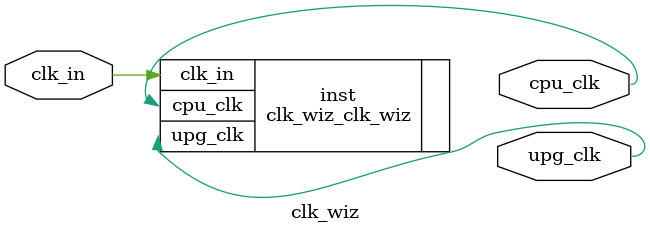
<source format=v>


`timescale 1ps/1ps

(* CORE_GENERATION_INFO = "clk_wiz,clk_wiz_v5_4_3_0,{component_name=clk_wiz,use_phase_alignment=true,use_min_o_jitter=false,use_max_i_jitter=false,use_dyn_phase_shift=false,use_inclk_switchover=false,use_dyn_reconfig=false,enable_axi=0,feedback_source=FDBK_AUTO,PRIMITIVE=MMCM,num_out_clk=2,clkin1_period=10.000,clkin2_period=10.000,use_power_down=false,use_reset=false,use_locked=false,use_inclk_stopped=false,feedback_type=SINGLE,CLOCK_MGR_TYPE=NA,manual_override=false}" *)

module clk_wiz 
 (
  // Clock out ports
  output        cpu_clk,
  output        upg_clk,
 // Clock in ports
  input         clk_in
 );

  clk_wiz_clk_wiz inst
  (
  // Clock out ports  
  .cpu_clk(cpu_clk),
  .upg_clk(upg_clk),
 // Clock in ports
  .clk_in(clk_in)
  );

endmodule

</source>
